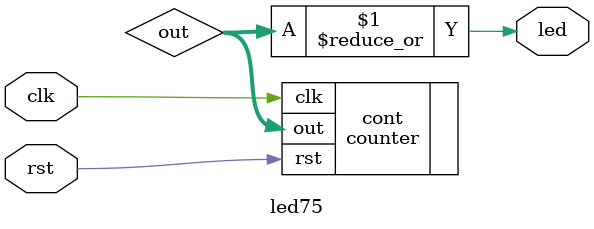
<source format=sv>
`timescale 1ns / 1ps


module led75(
    input clk, rst,
    output led
    );

    wire [1:0] out;
    counter #(2) cont (.clk(clk), .rst(rst), .out(out));
    assign led = |out;
endmodule

</source>
